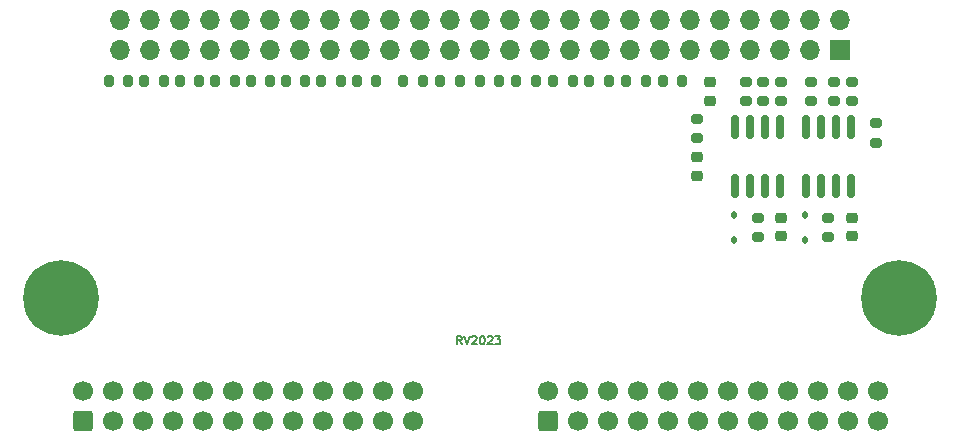
<source format=gts>
G04 #@! TF.GenerationSoftware,KiCad,Pcbnew,7.0.1*
G04 #@! TF.CreationDate,2023-03-18T02:09:20+02:00*
G04 #@! TF.ProjectId,connector-pcb,636f6e6e-6563-4746-9f72-2d7063622e6b,rev?*
G04 #@! TF.SameCoordinates,Original*
G04 #@! TF.FileFunction,Soldermask,Top*
G04 #@! TF.FilePolarity,Negative*
%FSLAX46Y46*%
G04 Gerber Fmt 4.6, Leading zero omitted, Abs format (unit mm)*
G04 Created by KiCad (PCBNEW 7.0.1) date 2023-03-18 02:09:20*
%MOMM*%
%LPD*%
G01*
G04 APERTURE LIST*
G04 Aperture macros list*
%AMRoundRect*
0 Rectangle with rounded corners*
0 $1 Rounding radius*
0 $2 $3 $4 $5 $6 $7 $8 $9 X,Y pos of 4 corners*
0 Add a 4 corners polygon primitive as box body*
4,1,4,$2,$3,$4,$5,$6,$7,$8,$9,$2,$3,0*
0 Add four circle primitives for the rounded corners*
1,1,$1+$1,$2,$3*
1,1,$1+$1,$4,$5*
1,1,$1+$1,$6,$7*
1,1,$1+$1,$8,$9*
0 Add four rect primitives between the rounded corners*
20,1,$1+$1,$2,$3,$4,$5,0*
20,1,$1+$1,$4,$5,$6,$7,0*
20,1,$1+$1,$6,$7,$8,$9,0*
20,1,$1+$1,$8,$9,$2,$3,0*%
G04 Aperture macros list end*
%ADD10C,0.150000*%
%ADD11RoundRect,0.112500X-0.112500X0.187500X-0.112500X-0.187500X0.112500X-0.187500X0.112500X0.187500X0*%
%ADD12RoundRect,0.200000X-0.200000X-0.275000X0.200000X-0.275000X0.200000X0.275000X-0.200000X0.275000X0*%
%ADD13RoundRect,0.218750X0.256250X-0.218750X0.256250X0.218750X-0.256250X0.218750X-0.256250X-0.218750X0*%
%ADD14RoundRect,0.218750X-0.256250X0.218750X-0.256250X-0.218750X0.256250X-0.218750X0.256250X0.218750X0*%
%ADD15RoundRect,0.200000X0.275000X-0.200000X0.275000X0.200000X-0.275000X0.200000X-0.275000X-0.200000X0*%
%ADD16RoundRect,0.200000X-0.275000X0.200000X-0.275000X-0.200000X0.275000X-0.200000X0.275000X0.200000X0*%
%ADD17RoundRect,0.225000X-0.250000X0.225000X-0.250000X-0.225000X0.250000X-0.225000X0.250000X0.225000X0*%
%ADD18RoundRect,0.200000X0.200000X0.275000X-0.200000X0.275000X-0.200000X-0.275000X0.200000X-0.275000X0*%
%ADD19R,1.700000X1.700000*%
%ADD20O,1.700000X1.700000*%
%ADD21C,0.800000*%
%ADD22C,6.400000*%
%ADD23RoundRect,0.250000X0.600000X-0.600000X0.600000X0.600000X-0.600000X0.600000X-0.600000X-0.600000X0*%
%ADD24C,1.700000*%
%ADD25RoundRect,0.150000X-0.150000X0.825000X-0.150000X-0.825000X0.150000X-0.825000X0.150000X0.825000X0*%
G04 APERTURE END LIST*
D10*
X97966666Y-77914333D02*
X97733333Y-77581000D01*
X97566666Y-77914333D02*
X97566666Y-77214333D01*
X97566666Y-77214333D02*
X97833333Y-77214333D01*
X97833333Y-77214333D02*
X97900000Y-77247666D01*
X97900000Y-77247666D02*
X97933333Y-77281000D01*
X97933333Y-77281000D02*
X97966666Y-77347666D01*
X97966666Y-77347666D02*
X97966666Y-77447666D01*
X97966666Y-77447666D02*
X97933333Y-77514333D01*
X97933333Y-77514333D02*
X97900000Y-77547666D01*
X97900000Y-77547666D02*
X97833333Y-77581000D01*
X97833333Y-77581000D02*
X97566666Y-77581000D01*
X98166666Y-77214333D02*
X98400000Y-77914333D01*
X98400000Y-77914333D02*
X98633333Y-77214333D01*
X98833333Y-77281000D02*
X98866666Y-77247666D01*
X98866666Y-77247666D02*
X98933333Y-77214333D01*
X98933333Y-77214333D02*
X99100000Y-77214333D01*
X99100000Y-77214333D02*
X99166666Y-77247666D01*
X99166666Y-77247666D02*
X99200000Y-77281000D01*
X99200000Y-77281000D02*
X99233333Y-77347666D01*
X99233333Y-77347666D02*
X99233333Y-77414333D01*
X99233333Y-77414333D02*
X99200000Y-77514333D01*
X99200000Y-77514333D02*
X98800000Y-77914333D01*
X98800000Y-77914333D02*
X99233333Y-77914333D01*
X99666667Y-77214333D02*
X99733333Y-77214333D01*
X99733333Y-77214333D02*
X99800000Y-77247666D01*
X99800000Y-77247666D02*
X99833333Y-77281000D01*
X99833333Y-77281000D02*
X99866667Y-77347666D01*
X99866667Y-77347666D02*
X99900000Y-77481000D01*
X99900000Y-77481000D02*
X99900000Y-77647666D01*
X99900000Y-77647666D02*
X99866667Y-77781000D01*
X99866667Y-77781000D02*
X99833333Y-77847666D01*
X99833333Y-77847666D02*
X99800000Y-77881000D01*
X99800000Y-77881000D02*
X99733333Y-77914333D01*
X99733333Y-77914333D02*
X99666667Y-77914333D01*
X99666667Y-77914333D02*
X99600000Y-77881000D01*
X99600000Y-77881000D02*
X99566667Y-77847666D01*
X99566667Y-77847666D02*
X99533333Y-77781000D01*
X99533333Y-77781000D02*
X99500000Y-77647666D01*
X99500000Y-77647666D02*
X99500000Y-77481000D01*
X99500000Y-77481000D02*
X99533333Y-77347666D01*
X99533333Y-77347666D02*
X99566667Y-77281000D01*
X99566667Y-77281000D02*
X99600000Y-77247666D01*
X99600000Y-77247666D02*
X99666667Y-77214333D01*
X100166667Y-77281000D02*
X100200000Y-77247666D01*
X100200000Y-77247666D02*
X100266667Y-77214333D01*
X100266667Y-77214333D02*
X100433334Y-77214333D01*
X100433334Y-77214333D02*
X100500000Y-77247666D01*
X100500000Y-77247666D02*
X100533334Y-77281000D01*
X100533334Y-77281000D02*
X100566667Y-77347666D01*
X100566667Y-77347666D02*
X100566667Y-77414333D01*
X100566667Y-77414333D02*
X100533334Y-77514333D01*
X100533334Y-77514333D02*
X100133334Y-77914333D01*
X100133334Y-77914333D02*
X100566667Y-77914333D01*
X100800001Y-77214333D02*
X101233334Y-77214333D01*
X101233334Y-77214333D02*
X101000001Y-77481000D01*
X101000001Y-77481000D02*
X101100001Y-77481000D01*
X101100001Y-77481000D02*
X101166667Y-77514333D01*
X101166667Y-77514333D02*
X101200001Y-77547666D01*
X101200001Y-77547666D02*
X101233334Y-77614333D01*
X101233334Y-77614333D02*
X101233334Y-77781000D01*
X101233334Y-77781000D02*
X101200001Y-77847666D01*
X101200001Y-77847666D02*
X101166667Y-77881000D01*
X101166667Y-77881000D02*
X101100001Y-77914333D01*
X101100001Y-77914333D02*
X100900001Y-77914333D01*
X100900001Y-77914333D02*
X100833334Y-77881000D01*
X100833334Y-77881000D02*
X100800001Y-77847666D01*
D11*
G04 #@! TO.C,D2*
X121000000Y-66950000D03*
X121000000Y-69050000D03*
G04 #@! TD*
D12*
G04 #@! TO.C,R13*
X80100000Y-55600000D03*
X81750000Y-55600000D03*
G04 #@! TD*
D13*
G04 #@! TO.C,D3*
X117850000Y-63625000D03*
X117850000Y-62050000D03*
G04 #@! TD*
D14*
G04 #@! TO.C,F1*
X119000000Y-55712500D03*
X119000000Y-57287500D03*
G04 #@! TD*
D15*
G04 #@! TO.C,R8*
X123000000Y-68825000D03*
X123000000Y-67175000D03*
G04 #@! TD*
D16*
G04 #@! TO.C,R10*
X117850000Y-58800000D03*
X117850000Y-60450000D03*
G04 #@! TD*
D15*
G04 #@! TO.C,R6*
X123500000Y-57325000D03*
X123500000Y-55675000D03*
G04 #@! TD*
D12*
G04 #@! TO.C,R14*
X83075000Y-55600000D03*
X84725000Y-55600000D03*
G04 #@! TD*
D17*
G04 #@! TO.C,C2*
X125000000Y-67225000D03*
X125000000Y-68775000D03*
G04 #@! TD*
D18*
G04 #@! TO.C,R23*
X101125000Y-55600000D03*
X99475000Y-55600000D03*
G04 #@! TD*
D12*
G04 #@! TO.C,R26*
X114975000Y-55600000D03*
X116625000Y-55600000D03*
G04 #@! TD*
D16*
G04 #@! TO.C,R5*
X122000000Y-55675000D03*
X122000000Y-57325000D03*
G04 #@! TD*
D12*
G04 #@! TO.C,R16*
X96150000Y-55600000D03*
X97800000Y-55600000D03*
G04 #@! TD*
D19*
G04 #@! TO.C,J1*
X130000000Y-53000000D03*
D20*
X130000000Y-50460000D03*
X127460000Y-53000000D03*
X127460000Y-50460000D03*
X124920000Y-53000000D03*
X124920000Y-50460000D03*
X122380000Y-53000000D03*
X122380000Y-50460000D03*
X119840000Y-53000000D03*
X119840000Y-50460000D03*
X117300000Y-53000000D03*
X117300000Y-50460000D03*
X114760000Y-53000000D03*
X114760000Y-50460000D03*
X112220000Y-53000000D03*
X112220000Y-50460000D03*
X109680000Y-53000000D03*
X109680000Y-50460000D03*
X107140000Y-53000000D03*
X107140000Y-50460000D03*
X104600000Y-53000000D03*
X104600000Y-50460000D03*
X102060000Y-53000000D03*
X102060000Y-50460000D03*
X99520000Y-53000000D03*
X99520000Y-50460000D03*
X96980000Y-53000000D03*
X96980000Y-50460000D03*
X94440000Y-53000000D03*
X94440000Y-50460000D03*
X91900000Y-53000000D03*
X91900000Y-50460000D03*
X89360000Y-53000000D03*
X89360000Y-50460000D03*
X86820000Y-53000000D03*
X86820000Y-50460000D03*
X84280000Y-53000000D03*
X84280000Y-50460000D03*
X81740000Y-53000000D03*
X81740000Y-50460000D03*
X79200000Y-53000000D03*
X79200000Y-50460000D03*
X76660000Y-53000000D03*
X76660000Y-50460000D03*
X74120000Y-53000000D03*
X74120000Y-50460000D03*
X71580000Y-53000000D03*
X71580000Y-50460000D03*
X69040000Y-53000000D03*
X69040000Y-50460000D03*
G04 #@! TD*
D12*
G04 #@! TO.C,R20*
X77075000Y-55600000D03*
X78725000Y-55600000D03*
G04 #@! TD*
G04 #@! TO.C,R11*
X68075000Y-55600000D03*
X69725000Y-55600000D03*
G04 #@! TD*
G04 #@! TO.C,R18*
X108775000Y-55600000D03*
X110425000Y-55600000D03*
G04 #@! TD*
D15*
G04 #@! TO.C,R4*
X129000000Y-68825000D03*
X129000000Y-67175000D03*
G04 #@! TD*
D12*
G04 #@! TO.C,R25*
X111875000Y-55600000D03*
X113525000Y-55600000D03*
G04 #@! TD*
D15*
G04 #@! TO.C,R1*
X129500000Y-57325000D03*
X129500000Y-55675000D03*
G04 #@! TD*
D12*
G04 #@! TO.C,R12*
X71075000Y-55600000D03*
X72725000Y-55600000D03*
G04 #@! TD*
G04 #@! TO.C,R17*
X105700000Y-55600000D03*
X107350000Y-55600000D03*
G04 #@! TD*
G04 #@! TO.C,R19*
X74075000Y-55600000D03*
X75725000Y-55600000D03*
G04 #@! TD*
D21*
G04 #@! TO.C,H1*
X61600000Y-74000000D03*
X62302944Y-72302944D03*
X62302944Y-75697056D03*
X64000000Y-71600000D03*
D22*
X64000000Y-74000000D03*
D21*
X64000000Y-76400000D03*
X65697056Y-72302944D03*
X65697056Y-75697056D03*
X66400000Y-74000000D03*
G04 #@! TD*
D16*
G04 #@! TO.C,R7*
X125000000Y-55675000D03*
X125000000Y-57325000D03*
G04 #@! TD*
D12*
G04 #@! TO.C,R15*
X93000000Y-55600000D03*
X94650000Y-55600000D03*
G04 #@! TD*
G04 #@! TO.C,R21*
X86050000Y-55600000D03*
X87700000Y-55600000D03*
G04 #@! TD*
D23*
G04 #@! TO.C,J3*
X105300000Y-84440000D03*
D24*
X105300000Y-81900000D03*
X107840000Y-84440000D03*
X107840000Y-81900000D03*
X110380000Y-84440000D03*
X110380000Y-81900000D03*
X112920000Y-84440000D03*
X112920000Y-81900000D03*
X115460000Y-84440000D03*
X115460000Y-81900000D03*
X118000000Y-84440000D03*
X118000000Y-81900000D03*
X120540000Y-84440000D03*
X120540000Y-81900000D03*
X123080000Y-84440000D03*
X123080000Y-81900000D03*
X125620000Y-84440000D03*
X125620000Y-81900000D03*
X128160000Y-84440000D03*
X128160000Y-81900000D03*
X130700000Y-84440000D03*
X130700000Y-81900000D03*
X133240000Y-84440000D03*
X133240000Y-81900000D03*
G04 #@! TD*
D25*
G04 #@! TO.C,U1*
X130905000Y-59525000D03*
X129635000Y-59525000D03*
X128365000Y-59525000D03*
X127095000Y-59525000D03*
X127095000Y-64475000D03*
X128365000Y-64475000D03*
X129635000Y-64475000D03*
X130905000Y-64475000D03*
G04 #@! TD*
D15*
G04 #@! TO.C,R9*
X133000000Y-60825000D03*
X133000000Y-59175000D03*
G04 #@! TD*
D11*
G04 #@! TO.C,D1*
X127000000Y-66950000D03*
X127000000Y-69050000D03*
G04 #@! TD*
D25*
G04 #@! TO.C,U2*
X124905000Y-59525000D03*
X123635000Y-59525000D03*
X122365000Y-59525000D03*
X121095000Y-59525000D03*
X121095000Y-64475000D03*
X122365000Y-64475000D03*
X123635000Y-64475000D03*
X124905000Y-64475000D03*
G04 #@! TD*
D21*
G04 #@! TO.C,H2*
X132600000Y-74000000D03*
X133302944Y-72302944D03*
X133302944Y-75697056D03*
X135000000Y-71600000D03*
D22*
X135000000Y-74000000D03*
D21*
X135000000Y-76400000D03*
X136697056Y-72302944D03*
X136697056Y-75697056D03*
X137400000Y-74000000D03*
G04 #@! TD*
D12*
G04 #@! TO.C,R22*
X89075000Y-55600000D03*
X90725000Y-55600000D03*
G04 #@! TD*
D16*
G04 #@! TO.C,R3*
X127500000Y-55675000D03*
X127500000Y-57325000D03*
G04 #@! TD*
D23*
G04 #@! TO.C,J2*
X65900000Y-84440000D03*
D24*
X65900000Y-81900000D03*
X68440000Y-84440000D03*
X68440000Y-81900000D03*
X70980000Y-84440000D03*
X70980000Y-81900000D03*
X73520000Y-84440000D03*
X73520000Y-81900000D03*
X76060000Y-84440000D03*
X76060000Y-81900000D03*
X78600000Y-84440000D03*
X78600000Y-81900000D03*
X81140000Y-84440000D03*
X81140000Y-81900000D03*
X83680000Y-84440000D03*
X83680000Y-81900000D03*
X86220000Y-84440000D03*
X86220000Y-81900000D03*
X88760000Y-84440000D03*
X88760000Y-81900000D03*
X91300000Y-84440000D03*
X91300000Y-81900000D03*
X93840000Y-84440000D03*
X93840000Y-81900000D03*
G04 #@! TD*
D18*
G04 #@! TO.C,R24*
X104225000Y-55600000D03*
X102575000Y-55600000D03*
G04 #@! TD*
D17*
G04 #@! TO.C,C1*
X131000000Y-67225000D03*
X131000000Y-68775000D03*
G04 #@! TD*
D16*
G04 #@! TO.C,R2*
X131000000Y-55675000D03*
X131000000Y-57325000D03*
G04 #@! TD*
M02*

</source>
